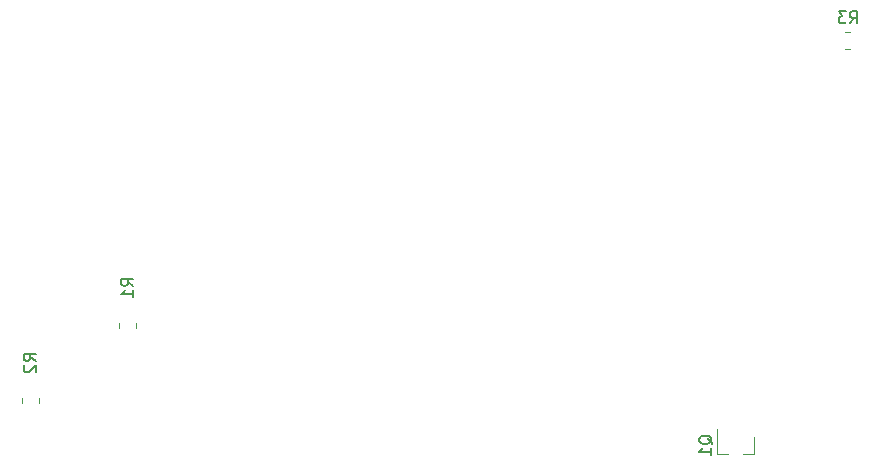
<source format=gbr>
%TF.GenerationSoftware,KiCad,Pcbnew,(5.1.8)-1*%
%TF.CreationDate,2024-08-14T23:36:35+03:00*%
%TF.ProjectId,MUL8x8,4d554c38-7838-42e6-9b69-6361645f7063,rev?*%
%TF.SameCoordinates,Original*%
%TF.FileFunction,Legend,Bot*%
%TF.FilePolarity,Positive*%
%FSLAX46Y46*%
G04 Gerber Fmt 4.6, Leading zero omitted, Abs format (unit mm)*
G04 Created by KiCad (PCBNEW (5.1.8)-1) date 2024-08-14 23:36:35*
%MOMM*%
%LPD*%
G01*
G04 APERTURE LIST*
%ADD10C,0.120000*%
%ADD11C,0.150000*%
G04 APERTURE END LIST*
D10*
%TO.C,R3*%
X102007936Y-70585000D02*
X102462064Y-70585000D01*
X102007936Y-69115000D02*
X102462064Y-69115000D01*
%TO.C,R2*%
X33755000Y-100557064D02*
X33755000Y-100102936D01*
X32285000Y-100557064D02*
X32285000Y-100102936D01*
%TO.C,R1*%
X42010000Y-94207064D02*
X42010000Y-93752936D01*
X40540000Y-94207064D02*
X40540000Y-93752936D01*
%TO.C,Q1*%
X94290000Y-104900000D02*
X93360000Y-104900000D01*
X91130000Y-104900000D02*
X92060000Y-104900000D01*
X91130000Y-104900000D02*
X91130000Y-102740000D01*
X94290000Y-104900000D02*
X94290000Y-103440000D01*
%TO.C,R3*%
D11*
X102401666Y-68397380D02*
X102735000Y-67921190D01*
X102973095Y-68397380D02*
X102973095Y-67397380D01*
X102592142Y-67397380D01*
X102496904Y-67445000D01*
X102449285Y-67492619D01*
X102401666Y-67587857D01*
X102401666Y-67730714D01*
X102449285Y-67825952D01*
X102496904Y-67873571D01*
X102592142Y-67921190D01*
X102973095Y-67921190D01*
X102068333Y-67397380D02*
X101449285Y-67397380D01*
X101782619Y-67778333D01*
X101639761Y-67778333D01*
X101544523Y-67825952D01*
X101496904Y-67873571D01*
X101449285Y-67968809D01*
X101449285Y-68206904D01*
X101496904Y-68302142D01*
X101544523Y-68349761D01*
X101639761Y-68397380D01*
X101925476Y-68397380D01*
X102020714Y-68349761D01*
X102068333Y-68302142D01*
%TO.C,R2*%
X33472380Y-96988333D02*
X32996190Y-96655000D01*
X33472380Y-96416904D02*
X32472380Y-96416904D01*
X32472380Y-96797857D01*
X32520000Y-96893095D01*
X32567619Y-96940714D01*
X32662857Y-96988333D01*
X32805714Y-96988333D01*
X32900952Y-96940714D01*
X32948571Y-96893095D01*
X32996190Y-96797857D01*
X32996190Y-96416904D01*
X32567619Y-97369285D02*
X32520000Y-97416904D01*
X32472380Y-97512142D01*
X32472380Y-97750238D01*
X32520000Y-97845476D01*
X32567619Y-97893095D01*
X32662857Y-97940714D01*
X32758095Y-97940714D01*
X32900952Y-97893095D01*
X33472380Y-97321666D01*
X33472380Y-97940714D01*
%TO.C,R1*%
X41727380Y-90638333D02*
X41251190Y-90305000D01*
X41727380Y-90066904D02*
X40727380Y-90066904D01*
X40727380Y-90447857D01*
X40775000Y-90543095D01*
X40822619Y-90590714D01*
X40917857Y-90638333D01*
X41060714Y-90638333D01*
X41155952Y-90590714D01*
X41203571Y-90543095D01*
X41251190Y-90447857D01*
X41251190Y-90066904D01*
X41727380Y-91590714D02*
X41727380Y-91019285D01*
X41727380Y-91305000D02*
X40727380Y-91305000D01*
X40870238Y-91209761D01*
X40965476Y-91114523D01*
X41013095Y-91019285D01*
%TO.C,Q1*%
X90757619Y-104044761D02*
X90710000Y-103949523D01*
X90614761Y-103854285D01*
X90471904Y-103711428D01*
X90424285Y-103616190D01*
X90424285Y-103520952D01*
X90662380Y-103568571D02*
X90614761Y-103473333D01*
X90519523Y-103378095D01*
X90329047Y-103330476D01*
X89995714Y-103330476D01*
X89805238Y-103378095D01*
X89710000Y-103473333D01*
X89662380Y-103568571D01*
X89662380Y-103759047D01*
X89710000Y-103854285D01*
X89805238Y-103949523D01*
X89995714Y-103997142D01*
X90329047Y-103997142D01*
X90519523Y-103949523D01*
X90614761Y-103854285D01*
X90662380Y-103759047D01*
X90662380Y-103568571D01*
X90662380Y-104949523D02*
X90662380Y-104378095D01*
X90662380Y-104663809D02*
X89662380Y-104663809D01*
X89805238Y-104568571D01*
X89900476Y-104473333D01*
X89948095Y-104378095D01*
%TD*%
M02*

</source>
